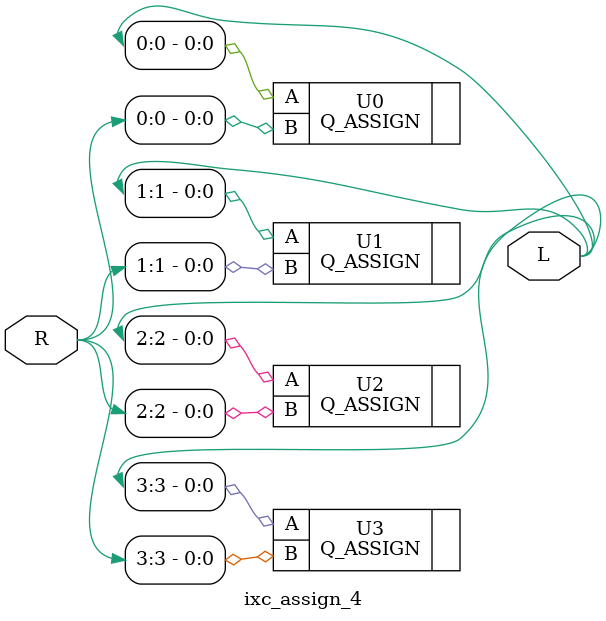
<source format=v>

`ifndef _2_                      
`ifdef CBV                      
`define _2_                      
`else                      
`define _2_ (* _2_state_ *)                      
`endif                      
`endif

module ixc_assign_4 ( L, R);
// pragma CVASTRPROP MODULE HDLICE HDL_MODULE_ATTRIBUTE "0 vlog"
output [3:0] L;
input [3:0] R;
Q_ASSIGN U0 ( .B(R[0]), .A(L[0]));
Q_ASSIGN U1 ( .B(R[1]), .A(L[1]));
Q_ASSIGN U2 ( .B(R[2]), .A(L[2]));
Q_ASSIGN U3 ( .B(R[3]), .A(L[3]));
// pragma CVASTRPROP MODULE HDLICE HDL_TEMPLATE "ixc_assign"
// pragma CVASTRPROP MODULE HDLICE HDL_TEMPLATE_LIB "IXCOM_TEMP_LIBRARY"
endmodule

</source>
